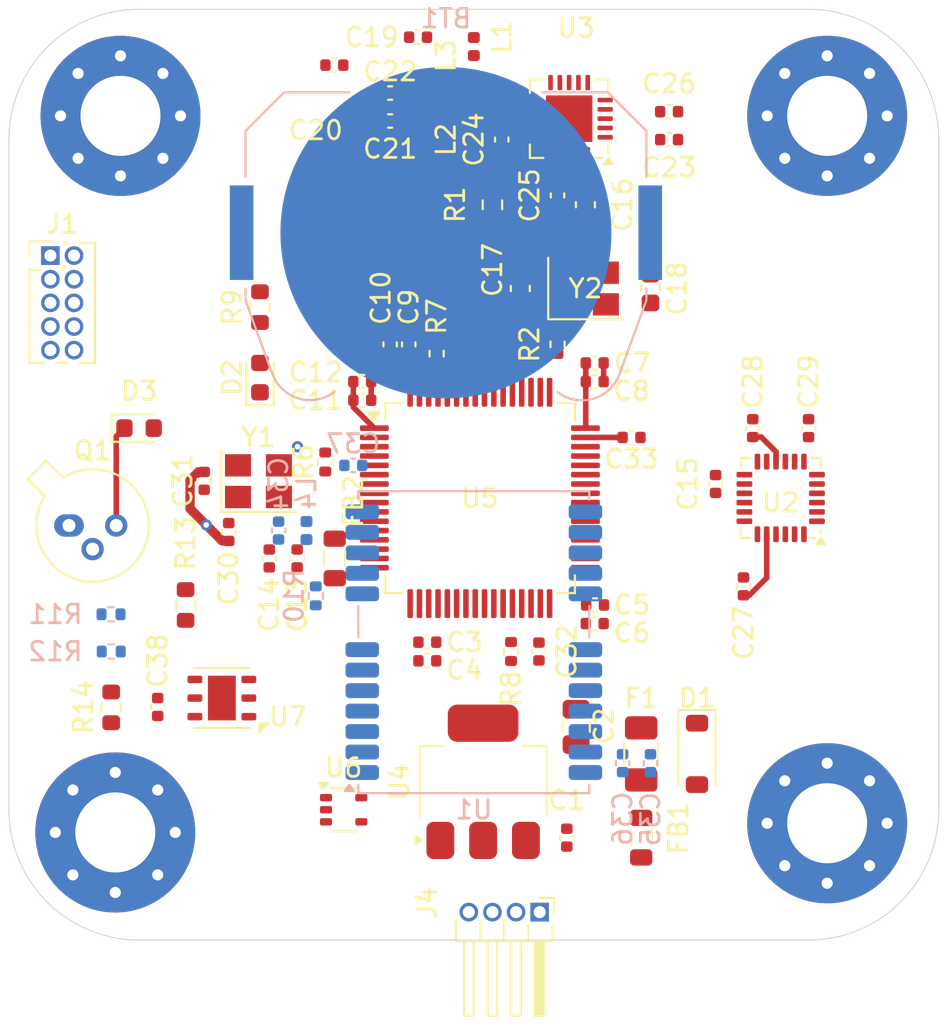
<source format=kicad_pcb>
(kicad_pcb (version 20240108) (generator "pcbnew") (generator_version "8.0")
  (layers (0 "F.Cu" signal) (1 "In1.Cu" power) (2 "In2.Cu" power) (3 "In3.Cu" signal) (4 "In4.Cu" signal) (31 "B.Cu" signal) (34 "B.Paste" user) (35 "F.Paste" user) (36 "B.SilkS" user "B.Silkscreen") (37 "F.SilkS" user "F.Silkscreen") (38 "B.Mask" user) (39 "F.Mask" user) (44 "Edge.Cuts" user))
  (net 0 "")
  (net 1 "Net-(U2-REGOUT)")
  (net 3 "Net-(U2-CPOUT)")
  (net 4 "Net-(U2-AD0)")
  (net 6 "GND")
  (net 9 "I2C1_SCL")
  (net 13 "+3.3V")
  (net 14 "VCC")
  (net 17 "I2C1_SDA")
  (net 23 "Net-(C31-Pad1)")
  (net 24 "HSE_OUT")
  (net 25 "Net-(D2-K)")
  (net 26 "Net-(U3-IREF)")
  (net 27 "I2C2_SDA")
  (net 28 "I2C2_SCL")
  (net 29 "Net-(Q1-B)")
  (net 30 "TIMEPULSE")
  (net 31 "VCC_RF")
  (net 32 "Net-(C34-Pad1)")
  (net 33 "BOOT1")
  (net 34 "BOOT0")
  (net 35 "NRF_XC1")
  (net 36 "NRF_XC2")
  (net 37 "SDA{slash}SPI_CS")
  (net 39 "SCL{slash}SPI_CLK")
  (net 42 "RF_IN")
  (net 43 "NRST")
  (net 44 "!SAFEBOOT")
  (net 46 "TXD{slash}SPI_MISO")
  (net 47 "RXD{slash}SPI_MOSI")
  (net 51 "Net-(D3-K)")
  (net 52 "TEMPO{slash}P")
  (net 54 "Net-(U4-VI)")
  (net 55 "SPI3_CSN")
  (net 59 "Net-(U5-VCAP_2)")
  (net 61 "SPI3_MISO")
  (net 69 "+3.3VA")
  (net 70 "SWCLK")
  (net 71 "SWO")
  (net 74 "SWDIO")
  (net 84 "Net-(U5-VCAP_1)")
  (net 88 "SPI3_MOSI")
  (net 93 "HSE_IN")
  (net 95 "SPI3_SCK")
  (net 99 "NRF_ANT1")
  (net 100 "NRF_IRQ")
  (net 101 "NRF_ANT2")
  (net 102 "NRF_CE")
  (net 103 "Net-(U3-DVDD)")
  (net 104 "NRF_VDD_PA")
  (net 108 "Net-(F1-Pad2)")
  (net 109 "Net-(C19-Pad2)")
  (net 110 "Net-(D1-K)")
  (net 113 "Net-(J2-In)")
  (net 114 "5V")
  (footprint "Inductor_SMD:L_0402_1005Metric" (layer "F.Cu") (at 140.98 74 -90)
    (property "Reference" "L3")
    (property "Value" "2n7" (hide yes))
  )
  (footprint "MountingHole:MountingHole_4.3mm_M4_Pad_Via" (layer "F.Cu") (at 161.48 75.225)
    (property "Reference" "H2" (hide yes))
    (property "Value" "MountingHole_Pad" (hide yes))
  )
  (footprint "Connector_PinHeader_1.27mm:PinHeader_2x05_P1.27mm_Vertical" (layer "F.Cu") (at 119.71 82.73)
    (property "Reference" "J1")
    (property "Value" "ARM 10 pin SWD" (hide yes))
  )
  (footprint "Resistor_SMD:R_0603_1608Metric" (layer "F.Cu") (at 130.98 85.5 90)
    (property "Reference" "R9")
    (property "Value" "1k" (hide yes))
  )
  (footprint "Capacitor_SMD:C_0603_1608Metric" (layer "F.Cu") (at 144.98 84.5 90)
    (property "Reference" "C17")
    (property "Value" "22pf" (hide yes))
  )
  (footprint "Sensor_Motion:InvenSense_QFN-24_4x4mm_P0.5mm" (layer "F.Cu") (at 158.98 95.75 180)
    (property "Reference" "U2")
    (property "Value" "MPU-6050")
  )
  (footprint "Capacitor_SMD:C_0402_1005Metric" (layer "F.Cu") (at 132.98 99 90)
    (property "Reference" "C13")
    (property "Value" "100nF" (hide yes))
  )
  (footprint "Resistor_SMD:R_0402_1005Metric" (layer "F.Cu") (at 144.48 104 -90)
    (property "Reference" "R8")
    (property "Value" "10k" (hide yes))
  )
  (footprint "Capacitor_SMD:C_0402_1005Metric" (layer "F.Cu") (at 149 101.5)
    (property "Reference" "C5")
    (property "Value" "100nF" (hide yes))
  )
  (footprint "Capacitor_SMD:C_0402_1005Metric" (layer "F.Cu") (at 150.96 92.5 180)
    (property "Reference" "C33")
    (property "Value" "12pF" (hide yes))
  )
  (footprint "Capacitor_SMD:C_0402_1005Metric" (layer "F.Cu") (at 156.98 100.5 90)
    (property "Reference" "C27")
    (property "Value" "2.2nF" (hide yes))
  )
  (footprint "Capacitor_SMD:C_0402_1005Metric" (layer "F.Cu") (at 143.98 76.5 90)
    (property "Reference" "C24")
    (property "Value" "10nF" (hide yes))
  )
  (footprint "Capacitor_SMD:C_0402_1005Metric" (layer "F.Cu") (at 148.98 102.5)
    (property "Reference" "C6")
    (property "Value" "100nF" (hide yes))
  )
  (footprint "Resistor_SMD:R_0402_1005Metric" (layer "F.Cu") (at 134.49 93.82 90)
    (property "Reference" "R6")
    (property "Value" "220" (hide yes))
  )
  (footprint "Capacitor_SMD:C_0402_1005Metric" (layer "F.Cu") (at 137.98 87.5 90)
    (property "Reference" "C10")
    (property "Value" "100nF" (hide yes))
  )
  (footprint "Capacitor_SMD:C_0402_1005Metric" (layer "F.Cu") (at 145.98 104 90)
    (property "Reference" "C32")
    (property "Value" "12pF" (hide yes))
  )
  (footprint "Package_DFN_QFN:QFN-20-1EP_4x4mm_P0.5mm_EP2.5x2.5mm" (layer "F.Cu") (at 147.605 75.375 180)
    (property "Reference" "U3")
    (property "Value" "NRF24L01")
  )
  (footprint "Capacitor_SMD:C_0402_1005Metric" (layer "F.Cu") (at 137.98 75.5)
    (property "Reference" "C21")
    (property "Value" "2n2" (hide yes))
  )
  (footprint "Capacitor_SMD:C_0402_1005Metric" (layer "F.Cu") (at 129.3 97.58 -90)
    (property "Reference" "C30")
    (property "Value" "12pF" (hide yes))
  )
  (footprint "Capacitor_SMD:C_0402_1005Metric" (layer "F.Cu") (at 136.48 90.5)
    (property "Reference" "C11")
    (property "Value" "100nF" (hide yes))
  )
  (footprint "Resistor_SMD:R_0402_1005Metric" (layer "F.Cu") (at 140.48 88 90)
    (property "Reference" "R7")
    (property "Value" "10k" (hide yes))
  )
  (footprint "Capacitor_SMD:C_0402_1005Metric" (layer "F.Cu") (at 155.48 95 90)
    (property "Reference" "C15")
    (property "Value" "0.1uF" (hide yes))
  )
  (footprint "Package_TO_SOT_THT:TO-18-3" (layer "F.Cu") (at 120.71 97.23)
    (property "Reference" "Q1")
    (property "Value" "BC107")
  )
  (footprint "Resistor_SMD:R_0603_1608Metric" (layer "F.Cu") (at 122.98 107 90)
    (property "Reference" "R14")
    (property "Value" "10k" (hide yes))
  )
  (footprint "Capacitor_SMD:C_0402_1005Metric" (layer "F.Cu") (at 148.98 89.5)
    (property "Reference" "C8")
    (property "Value" "100nF" (hide yes))
  )
  (footprint "Capacitor_SMD:C_0402_1005Metric" (layer "F.Cu") (at 157.48 92 -90)
    (property "Reference" "C28")
    (property "Value" "0.1uF" (hide yes))
  )
  (footprint "MountingHole:MountingHole_4.3mm_M4_Pad_Via" (layer "F.Cu") (at 161.48 113.225)
    (property "Reference" "H3" (hide yes))
    (property "Value" "MountingHole_Pad" (hide yes))
  )
  (footprint "Capacitor_SMD:C_0603_1608Metric" (layer "F.Cu") (at 148.48 80 -90)
    (property "Reference" "C16")
    (property "Value" "33n" (hide yes))
  )
  (footprint "Inductor_SMD:L_0805_2012Metric" (layer "F.Cu") (at 135 99 90)
    (property "Reference" "FB2")
    (property "Value" "100 @ 100 MHz" (hide yes))
  )
  (footprint "Capacitor_SMD:C_0402_1005Metric" (layer "F.Cu") (at 137.98 74)
    (property "Reference" "C22")
    (property "Value" "4p7" (hide yes))
  )
  (footprint "Capacitor_SMD:C_0402_1005Metric" (layer "F.Cu") (at 134.98 72.5)
    (property "Reference" "C20")
    (property "Value" "1pF" (hide yes))
  )
  (footprint "Capacitor_SMD:C_0402_1005Metric" (layer "F.Cu") (at 139.48 71)
    (property "Reference" "C19")
    (property "Value" "1p5" (hide yes))
  )
  (footprint "Capacitor_SMD:C_0402_1005Metric" (layer "F.Cu") (at 147.48 114 90)
    (property "Reference" "C1")
    (property "Value" "10uF" (hide yes))
  )
  (footprint "Capacitor_SMD:C_0402_1005Metric" (layer "F.Cu") (at 127.98 94.83 90)
    (property "Reference" "C31")
    (property "Value" "12pF" (hide yes))
  )
  (footprint "Capacitor_SMD:C_0402_1005Metric" (layer "F.Cu") (at 152.98 76.5)
    (property "Reference" "C23")
    (property "Value" "10nF" (hide yes))
  )
  (footprint "Capacitor_SMD:C_0402_1005Metric" (layer "F.Cu") (at 139.98 104.5 180)
    (property "Reference" "C4")
    (property "Value" "100nF" (hide yes))
  )
  (footprint "Diode_SMD:D_SOD-123" (layer "F.Cu") (at 154.48 109.5 -90)
    (property "Reference" "D1")
    (property "Value" "D_Schottky" (hide yes))
  )
  (footprint "Package_TO_SOT_SMD:SOT-353_SC-70-5" (layer "F.Cu") (at 135.48 112.5)
    (property "Reference" "U6")
    (property "Value" "LM20BIM7")
  )
  (footprint "Package_TO_SOT_SMD:SOT-223-3_TabPin2" (layer "F.Cu") (at 142.98 111 90)
    (property "Reference" "U4")
    (property "Value" "AMS1117-3.3" (hide yes))
  )
  (footprint "Resistor_SMD:R_0402_1005Metric" (layer "F.Cu") (at 146.98 87.5 90)
    (property "Reference" "R2")
    (property "Value" "1M" (hide yes))
  )
  (footprint "Inductor_SMD:L_0805_2012Metric" (layer "F.Cu") (at 151.48 114 90)
    (property "Reference" "FB1")
    (property "Value" "100 @ 100 MHz" (hide yes))
  )
  (footprint "Capacitor_SMD:C_0805_2012Metric" (layer "F.Cu") (at 147.98 108.05 90)
    (property "Reference" "C2")
    (property "Value" "10uF" (hide yes))
  )
  (footprint "Capacitor_SMD:C_0402_1005Metric" (layer "F.Cu") (at 160.48 92 90)
    (property "Reference" "C29")
    (property "Value" "0.1uF" (hide yes))
  )
  (footprint "MountingHole:MountingHole_4.3mm_M4_Pad_Via" (layer "F.Cu") (at 123.199581 113.719581)
    (property "Reference" "H4" (hide yes))
    (property "Value" "MountingHole_Pad" (hide yes))
  )
  (footprint "Resistor_SMD:R_0603_1608Metric" (layer "F.Cu") (at 143.48 80 90)
    (property "Reference" "R1")
    (property "Value" "22k" (hide yes))
  )
  (footprint "Package_DFN_QFN:DFN-6-1EP_3x3mm_P1mm_EP1.5x2.4mm" (layer "F.Cu") (at 128.93 106.5 180)
    (property "Reference" "U7")
    (property "Value" "Si7020-A20")
  )
  (footprint "MountingHole:MountingHole_4.3mm_M4_Pad_Via" (layer "F.Cu") (at 123.48 75.225)
    (property "Reference" "H1" (hide yes))
    (property "Value" "MountingHole_Pad" (hide yes))
  )
  (footprint "Fuse:Fuse_1206_3216Metric" (layer "F.Cu") (at 151.48 109.5 -90)
    (property "Reference" "F1")
    (property "Value" "500mA" (hide yes))
  )
  (footprint "Capacitor_SMD:C_0402_1005Metric" (layer "F.Cu") (at 152.98 75)
    (property "Reference" "C26")
    (property "Value" "10uF" (hide yes))
  )
  (footprint "Capacitor_SMD:C_0402_1005Metric" (layer "F.Cu") (at 125.48 106.98 90)
    (property "Reference" "C38")
    (property "Value" "0.1uF" (hide yes))
  )
  (footprint "Crystal:Crystal_SMD_3225-4Pin_3.2x2.5mm" (layer "F.Cu") (at 148.48 84.5)
    (property "Reference" "Y2")
    (property "Value" "Crystal_GND24_Small" (hide yes))
  )
  (footprint "Package_QFP:LQFP-64_10x10mm_P0.5mm" (layer "F.Cu") (at 142.805 95.75)
    (property "Reference" "U5")
    (property "Value" "STM32F405RGTx" (hide yes))
  )
  (footprint "LED_SMD:LED_0603_1608Metric" (layer "F.Cu") (at 124.48 92)
    (property "Reference" "D3")
    (property "Value" "led" (hide yes))
  )
  (footprint "Connector_PinHeader_1.27mm:PinHeader_1x04_P1.27mm_Horizontal" (layer "F.Cu") (at 146.02 118 -90)
    (property "Reference" "J4")
    (property "Value" "Conn_01x04" (hide yes))
  )
  (footprint "Capacitor_SMD:C_0402_1005Metric" (layer "F.Cu") (at 148.98 88.5)
    (property "Reference" "C7")
    (property "Value" "100nF" (hide yes))
  )
  (footprint "Capacitor_SMD:C_0402_1005Metric" (layer "F.Cu") (at 131.48 99 90)
    (property "Reference" "C14")
    (property "Value" "100nF" (hide yes))
  )
  (footprint "Capacitor_SMD:C_0402_1005Metric" (layer "F.Cu") (at 139.98 103.5 180)
    (property "Reference" "C3")
    (property "Value" "100nF" (hide yes))
  )
  (footprint "Crystal:Crystal_SMD_3225-4Pin_3.2x2.5mm" (layer "F.Cu") (at 130.9 94.85)
    (property "Reference" "Y1")
    (property "Value" "Crystal_GND24_Small" (hide yes))
  )
  (footprint "Capacitor_SMD:C_0603_1608Metric" (layer "F.Cu") (at 151.98 84.5 -90)
    (property "Reference" "C18")
    (property "Value" "22pf" (hide yes))
  )
  (footprint "Capacitor_SMD:C_0402_1005Metric" (layer "F.Cu") (at 136.48 89.5)
    (property "Reference" "C12")
    (property "Value" "10uF" (hide yes))
  )
  (footprint "Inductor_SMD:L_0402_1005Metric" (layer "F.Cu") (at 142.48 71.5 90)
    (property "Reference" "L1")
    (property "Value" "3n9" (hide yes))
  )
  (footprint "LED_SMD:LED_0603_1608Metric" (layer "F.Cu") (at 130.98 89.2875 90)
    (property "Reference" "D2")
    (property "Value" "Connection is there or not" (hide yes))
  )
  (footprint "Capacitor_SMD:C_0402_1005Metric" (layer "F.Cu") (at 146.98 79.5 90)
    (property "Reference" "C25")
    (property "Value" "10nf" (hide yes))
  )
  (footprint "Capacitor_SMD:C_0402_1005Metric" (layer "F.Cu") (at 138.98 87.5 90)
    (property "Reference" "C9")
    (property "Value" "100nF" (hide yes))
  )
  (footprint "Inductor_SMD:L_0402_1005Metric" (layer "F.Cu") (at 142.48 74 -90)
    (property "Reference" "L2")
    (property "Value" "8n2" (hide yes))
  )
  (footprint "Resistor_SMD:R_0603_1608Metric" (layer "F.Cu") (at 126.98 101.5 90)
    (property "Reference" "R13")
    (property "Value" "10k" (hide yes))
  )
  (footprint "Inductor_SMD:L_0402_1005Metric" (layer "B.Cu") (at 133.48 97.5 -90)
    (property "Reference" "L4")
    (property "Value" "27nH" (hide yes))
  )
  (footprint "Capacitor_SMD:C_0402_1005Metric" (layer "B.Cu") (at 151.98 110 90)
    (property "Reference" "C35")
    (property "Value" "1uF" (hide yes))
  )
  (footprint "Capacitor_SMD:C_0402_1005Metric" (layer "B.Cu") (at 136 94 180)
    (property "Reference" "C37")
    (property "Value" "10uF")
  )
  (footprint "Capacitor_SMD:C_0402_1005Metric" (layer "B.Cu") (at 131.98 97.5 -90)
    (property "Reference" "C34")
    (property "Value" "10nF" (hide yes))
  )
  (footprint "Battery:BatteryHolder_Keystone_3034_1x20mm" (layer "B.Cu") (at 140.98 81.5 180)
    (property "Reference" "BT1")
    (property "Value" "Battery_Cell")
  )
  (footprint "Resistor_SMD:R_0402_1005Metric" (layer "B.Cu") (at 122.98 104 180)
    (property "Reference" "R12")
    (property "Value" "10" (hide yes))
  )
  (footprint "Capacitor_SMD:C_0402_1005Metric" (layer "B.Cu") (at 150.48 110 90)
    (property "Reference" "C36")
    (property "Value" "10uF" (hide yes))
  )
  (footprint "RF_GPS:ublox_NEO" (layer "B.Cu") (at 142.48 103.5)
    (property "Reference" "U1")
    (property "Value" "NEO-M9N")
  )
  (footprint "Resistor_SMD:R_0402_1005Metric" (layer "B.Cu") (at 133.98 101.01 -90)
    (property "Reference" "R10")
    (property "Value" "10")
  )
  (footprint "Resistor_SMD:R_0402_1005Metric" (layer "B.Cu") (at 122.97 102 180)
    (property "Reference" "R11")
    (property "Value" "10" (hide yes))
  )
  (gr_line (start 167.48 76.5) (end 167.48 112.5) (stroke (width 0.05)) (layer "Edge.Cuts"))
  (gr_arc (start 160.48 69.5) (mid 165.429747 71.550253) (end 167.48 76.5) (stroke (width 0.05)) (layer "Edge.Cuts"))
  (gr_arc (start 167.48 112.5) (mid 165.429747 117.449747) (end 160.48 119.5) (stroke (width 0.05)) (layer "Edge.Cuts"))
  (gr_arc (start 117.48 76.5) (mid 119.530253 71.550253) (end 124.48 69.5) (stroke (width 0.05)) (layer "Edge.Cuts"))
  (gr_line (start 124.48 69.5) (end 160.48 69.5) (stroke (width 0.05)) (layer "Edge.Cuts"))
  (gr_line (start 160.48 119.5) (end 124.48 119.5) (stroke (width 0.05)) (layer "Edge.Cuts"))
  (gr_arc (start 124.48 119.5) (mid 119.530253 117.449747) (end 117.48 112.5) (stroke (width 0.05)) (layer "Edge.Cuts"))
  (gr_line (start 117.48 112.5) (end 117.48 76.5) (stroke (width 0.05)) (layer "Edge.Cuts"))
  (segment (start 157.93812 92.48) (end 158.73 93.27188) (width 0.3) (layer "F.Cu") (net 1))
  (segment (start 157.48 92.48) (end 157.93812 92.48) (width 0.3) (layer "F.Cu") (net 1))
  (segment (start 158.73 93.27188) (end 158.73 93.8) (width 0.3) (layer "F.Cu") (net 1))
  (segment (start 156.98 100.98) (end 157.289999 100.98) (width 0.3) (layer "F.Cu") (net 3))
  (segment (start 158.23 100.039999) (end 158.23 97.7) (width 0.3) (layer "F.Cu") (net 3))
  (segment (start 157.289999 100.98) (end 158.23 100.039999) (width 0.3) (layer "F.Cu") (net 3))
  (segment (start 128.95 98.06) (end 128.09 97.2) (width 0.5) (layer "F.Cu") (net 6))
  (segment (start 136.96 89.5) (end 136.96 90.5) (width 0.3) (layer "F.Cu") (net 6))
  (segment (start 138.98 87.02) (end 139.289999 87.02) (width 0.3) (layer "F.Cu") (net 6))
  (segment (start 149.46 89.5) (end 149.46 88.5) (width 0.3) (layer "F.Cu") (net 6))
  (segment (start 139.289999 87.02) (end 139.77594 87.505941) (width 0.3) (layer "F.Cu") (net 6))
  (segment (start 127.98 94.35) (end 127.670001 94.35) (width 0.5) (layer "F.Cu") (net 6))
  (segment (start 129.3 98.06) (end 128.95 98.06) (width 0.5) (layer "F.Cu") (net 6))
  (segment (start 137.98 87.02) (end 138.98 87.02) (width 0.3) (layer "F.Cu") (net 6))
  (segment (start 139.555 89.19688) (end 139.555 90.075) (width 0.3) (layer "F.Cu") (net 6))
  (segment (start 127.670001 94.35) (end 127.22 94.800001) (width 0.5) (layer "F.Cu") (net 6))
  (segment (start 127.22 94.800001) (end 127.22 96.33) (width 0.5) (layer "F.Cu") (net 6))
  (segment (start 139.77594 87.505941) (end 139.77594 88.97594) (width 0.3) (layer "F.Cu") (net 6))
  (segment (start 139.77594 88.97594) (end 139.555 89.19688) (width 0.3) (layer "F.Cu") (net 6))
  (segment (start 127.22 96.33) (end 128.09 97.2) (width 0.5) (layer "F.Cu") (net 6))
  (via (at 132.99863 92.998976) (size 0.6) (drill 0.3) (layers "F.Cu" "B.Cu") (net 6))
  (via (at 128.09 97.2) (size 0.6) (drill 0.3) (layers "F.Cu" "B.Cu") (net 6))
  (segment (start 148.5 89.5) (end 148.5 91.98) (width 0.3) (layer "F.Cu") (net 13))
  (segment (start 138.98 87.98) (end 138.98 90) (width 0.3) (layer "F.Cu") (net 13))
  (segment (start 137.98 87.98) (end 138.98 87.98) (width 0.3) (layer "F.Cu") (net 13))
  (segment (start 138.98 90) (end 139.055 90.075) (width 0.3) (layer "F.Cu") (net 13))
  (segment (start 136 90.5) (end 136 90.87) (width 0.3) (layer "F.Cu") (net 13))
  (segment (start 148.5 91.98) (end 148.48 92) (width 0.3) (layer "F.Cu") (net 13))
  (segment (start 136 89.5) (end 136 90.5) (width 0.3) (layer "F.Cu") (net 13))
  (segment (start 148.5 88.5) (end 148.5 89.5) (width 0.3) (layer "F.Cu") (net 13))
  (segment (start 136 90.87) (end 137.13 92) (width 0.3) (layer "F.Cu") (net 13))
  (segment (start 140.48 88.51) (end 141.055 89.085) (width 0.3) (layer "F.Cu") (net 34))
  (segment (start 141.055 89.085) (end 141.055 90.075) (width 0.3) (layer "F.Cu") (net 34))
  (segment (start 123.25 92.4425) (end 123.6925 92) (width 0.3) (layer "F.Cu") (net 51))
  (segment (start 123.25 97.23) (end 123.25 92.4425) (width 0.3) (layer "F.Cu") (net 51))
  (segment (start 150.48 92.5) (end 148.48 92.5) (width 0.3) (layer "F.Cu") (net 59))
)
</source>
